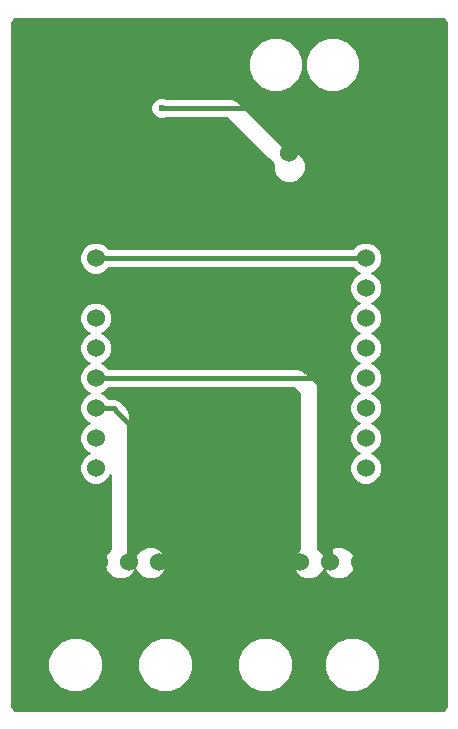
<source format=gbr>
G04 #@! TF.FileFunction,Copper,L2,Bot,Signal*
%FSLAX46Y46*%
G04 Gerber Fmt 4.6, Leading zero omitted, Abs format (unit mm)*
G04 Created by KiCad (PCBNEW 4.0.7) date 04/29/18 15:59:50*
%MOMM*%
%LPD*%
G01*
G04 APERTURE LIST*
%ADD10C,0.100000*%
%ADD11C,1.524000*%
%ADD12C,0.600000*%
%ADD13C,0.406400*%
%ADD14C,0.254000*%
G04 APERTURE END LIST*
D10*
D11*
X189230000Y-93853000D03*
X191770000Y-93853000D03*
X195262500Y-128460500D03*
X192722500Y-128460500D03*
X190182500Y-128460500D03*
X172847000Y-102743000D03*
X172847000Y-105283000D03*
X172847000Y-107823000D03*
X172847000Y-110363000D03*
X172847000Y-112903000D03*
X172847000Y-115443000D03*
X172847000Y-117983000D03*
X172847000Y-120523000D03*
X195707000Y-102743000D03*
X195707000Y-105283000D03*
X195707000Y-107823000D03*
X195707000Y-110363000D03*
X195707000Y-112903000D03*
X195707000Y-115443000D03*
X195707000Y-117983000D03*
X195707000Y-120523000D03*
X178244500Y-128460500D03*
X175704500Y-128460500D03*
X173164500Y-128460500D03*
D12*
X178435000Y-90043000D03*
D13*
X178435000Y-90043000D02*
X188214000Y-90043000D01*
X188214000Y-90043000D02*
X189230000Y-91059000D01*
X189230000Y-91059000D02*
X189230000Y-93853000D01*
X195707000Y-102743000D02*
X172847000Y-102743000D01*
X174942500Y-116014500D02*
X174688500Y-115760500D01*
X174688500Y-115760500D02*
X174371000Y-115443000D01*
X175704500Y-128460500D02*
X175704500Y-116776500D01*
X175704500Y-116776500D02*
X174688500Y-115760500D01*
X174371000Y-115443000D02*
X172847000Y-115443000D01*
X172847000Y-112903000D02*
X192087500Y-112903000D01*
X192087500Y-112903000D02*
X192722500Y-113538000D01*
X192722500Y-113538000D02*
X192722500Y-114046000D01*
X192722500Y-114046000D02*
X192722500Y-128460500D01*
D14*
G36*
X202295777Y-82534144D02*
X202390539Y-82597461D01*
X202453856Y-82692223D01*
X202490000Y-82873930D01*
X202490000Y-140646070D01*
X202453856Y-140827777D01*
X202390539Y-140922539D01*
X202295777Y-140985856D01*
X202114069Y-141022000D01*
X166185930Y-141022000D01*
X166004223Y-140985856D01*
X165909461Y-140922539D01*
X165846144Y-140827777D01*
X165810000Y-140646069D01*
X165810000Y-137627373D01*
X168772091Y-137627373D01*
X169130623Y-138495086D01*
X169793922Y-139159544D01*
X170661008Y-139519589D01*
X171599873Y-139520409D01*
X172467586Y-139161877D01*
X173132044Y-138498578D01*
X173492089Y-137631492D01*
X173492092Y-137627373D01*
X176392091Y-137627373D01*
X176750623Y-138495086D01*
X177413922Y-139159544D01*
X178281008Y-139519589D01*
X179219873Y-139520409D01*
X180087586Y-139161877D01*
X180752044Y-138498578D01*
X181112089Y-137631492D01*
X181112089Y-137631373D01*
X184835591Y-137631373D01*
X185194123Y-138499086D01*
X185857422Y-139163544D01*
X186724508Y-139523589D01*
X187663373Y-139524409D01*
X188531086Y-139165877D01*
X189195544Y-138502578D01*
X189555589Y-137635492D01*
X189555592Y-137631373D01*
X192205591Y-137631373D01*
X192564123Y-138499086D01*
X193227422Y-139163544D01*
X194094508Y-139523589D01*
X195033373Y-139524409D01*
X195901086Y-139165877D01*
X196565544Y-138502578D01*
X196925589Y-137635492D01*
X196926409Y-136696627D01*
X196567877Y-135828914D01*
X195904578Y-135164456D01*
X195037492Y-134804411D01*
X194098627Y-134803591D01*
X193230914Y-135162123D01*
X192566456Y-135825422D01*
X192206411Y-136692508D01*
X192205591Y-137631373D01*
X189555592Y-137631373D01*
X189556409Y-136696627D01*
X189197877Y-135828914D01*
X188534578Y-135164456D01*
X187667492Y-134804411D01*
X186728627Y-134803591D01*
X185860914Y-135162123D01*
X185196456Y-135825422D01*
X184836411Y-136692508D01*
X184835591Y-137631373D01*
X181112089Y-137631373D01*
X181112909Y-136692627D01*
X180754377Y-135824914D01*
X180091078Y-135160456D01*
X179223992Y-134800411D01*
X178285127Y-134799591D01*
X177417414Y-135158123D01*
X176752956Y-135821422D01*
X176392911Y-136688508D01*
X176392091Y-137627373D01*
X173492092Y-137627373D01*
X173492909Y-136692627D01*
X173134377Y-135824914D01*
X172471078Y-135160456D01*
X171603992Y-134800411D01*
X170665127Y-134799591D01*
X169797414Y-135158123D01*
X169132956Y-135821422D01*
X168772911Y-136688508D01*
X168772091Y-137627373D01*
X165810000Y-137627373D01*
X165810000Y-108099661D01*
X171449758Y-108099661D01*
X171661990Y-108613303D01*
X172054630Y-109006629D01*
X172262512Y-109092949D01*
X172056697Y-109177990D01*
X171663371Y-109570630D01*
X171450243Y-110083900D01*
X171449758Y-110639661D01*
X171661990Y-111153303D01*
X172054630Y-111546629D01*
X172262512Y-111632949D01*
X172056697Y-111717990D01*
X171663371Y-112110630D01*
X171450243Y-112623900D01*
X171449758Y-113179661D01*
X171661990Y-113693303D01*
X172054630Y-114086629D01*
X172262512Y-114172949D01*
X172056697Y-114257990D01*
X171663371Y-114650630D01*
X171450243Y-115163900D01*
X171449758Y-115719661D01*
X171661990Y-116233303D01*
X172054630Y-116626629D01*
X172262512Y-116712949D01*
X172056697Y-116797990D01*
X171663371Y-117190630D01*
X171450243Y-117703900D01*
X171449758Y-118259661D01*
X171661990Y-118773303D01*
X172054630Y-119166629D01*
X172262512Y-119252949D01*
X172056697Y-119337990D01*
X171663371Y-119730630D01*
X171450243Y-120243900D01*
X171449758Y-120799661D01*
X171661990Y-121313303D01*
X172054630Y-121706629D01*
X172567900Y-121919757D01*
X173123661Y-121920242D01*
X173637303Y-121708010D01*
X174030629Y-121315370D01*
X174104300Y-121137950D01*
X174104300Y-127386803D01*
X173758871Y-127731630D01*
X173545743Y-128244900D01*
X173545258Y-128800661D01*
X173757490Y-129314303D01*
X174150130Y-129707629D01*
X174663400Y-129920757D01*
X175219161Y-129921242D01*
X175732803Y-129709010D01*
X176126129Y-129316370D01*
X176212449Y-129108488D01*
X176297490Y-129314303D01*
X176690130Y-129707629D01*
X177203400Y-129920757D01*
X177759161Y-129921242D01*
X178272803Y-129709010D01*
X178666129Y-129316370D01*
X178879257Y-128803100D01*
X178879742Y-128247339D01*
X178667510Y-127733697D01*
X178274870Y-127340371D01*
X177761600Y-127127243D01*
X177205839Y-127126758D01*
X176692197Y-127338990D01*
X176298871Y-127731630D01*
X176212551Y-127939512D01*
X176127510Y-127733697D01*
X175780700Y-127386281D01*
X175780700Y-116014500D01*
X175716896Y-115693735D01*
X175716896Y-115693734D01*
X175535197Y-115421803D01*
X174963697Y-114850303D01*
X174691766Y-114668604D01*
X174371000Y-114604800D01*
X173984197Y-114604800D01*
X173639370Y-114259371D01*
X173431488Y-114173051D01*
X173637303Y-114088010D01*
X173984719Y-113741200D01*
X189581306Y-113741200D01*
X190042800Y-114202694D01*
X190042800Y-127386803D01*
X189697371Y-127731630D01*
X189484243Y-128244900D01*
X189483758Y-128800661D01*
X189695990Y-129314303D01*
X190088630Y-129707629D01*
X190601900Y-129920757D01*
X191157661Y-129921242D01*
X191671303Y-129709010D01*
X192064629Y-129316370D01*
X192150949Y-129108488D01*
X192235990Y-129314303D01*
X192628630Y-129707629D01*
X193141900Y-129920757D01*
X193697661Y-129921242D01*
X194211303Y-129709010D01*
X194604629Y-129316370D01*
X194817757Y-128803100D01*
X194818242Y-128247339D01*
X194606010Y-127733697D01*
X194213370Y-127340371D01*
X193700100Y-127127243D01*
X193144339Y-127126758D01*
X192630697Y-127338990D01*
X192237371Y-127731630D01*
X192151051Y-127939512D01*
X192066010Y-127733697D01*
X191719200Y-127386281D01*
X191719200Y-113855500D01*
X191655396Y-113534735D01*
X191473697Y-113262803D01*
X190521197Y-112310303D01*
X190249266Y-112128604D01*
X189928500Y-112064800D01*
X173984197Y-112064800D01*
X173639370Y-111719371D01*
X173431488Y-111633051D01*
X173637303Y-111548010D01*
X174030629Y-111155370D01*
X174243757Y-110642100D01*
X174244242Y-110086339D01*
X174032010Y-109572697D01*
X173639370Y-109179371D01*
X173431488Y-109093051D01*
X173637303Y-109008010D01*
X174030629Y-108615370D01*
X174243757Y-108102100D01*
X174244242Y-107546339D01*
X174032010Y-107032697D01*
X173639370Y-106639371D01*
X173126100Y-106426243D01*
X172570339Y-106425758D01*
X172056697Y-106637990D01*
X171663371Y-107030630D01*
X171450243Y-107543900D01*
X171449758Y-108099661D01*
X165810000Y-108099661D01*
X165810000Y-103019661D01*
X171449758Y-103019661D01*
X171661990Y-103533303D01*
X172054630Y-103926629D01*
X172567900Y-104139757D01*
X173123661Y-104140242D01*
X173637303Y-103928010D01*
X173984719Y-103581200D01*
X194569803Y-103581200D01*
X194914630Y-103926629D01*
X195122512Y-104012949D01*
X194916697Y-104097990D01*
X194523371Y-104490630D01*
X194310243Y-105003900D01*
X194309758Y-105559661D01*
X194521990Y-106073303D01*
X194914630Y-106466629D01*
X195122512Y-106552949D01*
X194916697Y-106637990D01*
X194523371Y-107030630D01*
X194310243Y-107543900D01*
X194309758Y-108099661D01*
X194521990Y-108613303D01*
X194914630Y-109006629D01*
X195122512Y-109092949D01*
X194916697Y-109177990D01*
X194523371Y-109570630D01*
X194310243Y-110083900D01*
X194309758Y-110639661D01*
X194521990Y-111153303D01*
X194914630Y-111546629D01*
X195122512Y-111632949D01*
X194916697Y-111717990D01*
X194523371Y-112110630D01*
X194310243Y-112623900D01*
X194309758Y-113179661D01*
X194521990Y-113693303D01*
X194914630Y-114086629D01*
X195122512Y-114172949D01*
X194916697Y-114257990D01*
X194523371Y-114650630D01*
X194310243Y-115163900D01*
X194309758Y-115719661D01*
X194521990Y-116233303D01*
X194914630Y-116626629D01*
X195122512Y-116712949D01*
X194916697Y-116797990D01*
X194523371Y-117190630D01*
X194310243Y-117703900D01*
X194309758Y-118259661D01*
X194521990Y-118773303D01*
X194914630Y-119166629D01*
X195122512Y-119252949D01*
X194916697Y-119337990D01*
X194523371Y-119730630D01*
X194310243Y-120243900D01*
X194309758Y-120799661D01*
X194521990Y-121313303D01*
X194914630Y-121706629D01*
X195427900Y-121919757D01*
X195983661Y-121920242D01*
X196497303Y-121708010D01*
X196890629Y-121315370D01*
X197103757Y-120802100D01*
X197104242Y-120246339D01*
X196892010Y-119732697D01*
X196499370Y-119339371D01*
X196291488Y-119253051D01*
X196497303Y-119168010D01*
X196890629Y-118775370D01*
X197103757Y-118262100D01*
X197104242Y-117706339D01*
X196892010Y-117192697D01*
X196499370Y-116799371D01*
X196291488Y-116713051D01*
X196497303Y-116628010D01*
X196890629Y-116235370D01*
X197103757Y-115722100D01*
X197104242Y-115166339D01*
X196892010Y-114652697D01*
X196499370Y-114259371D01*
X196291488Y-114173051D01*
X196497303Y-114088010D01*
X196890629Y-113695370D01*
X197103757Y-113182100D01*
X197104242Y-112626339D01*
X196892010Y-112112697D01*
X196499370Y-111719371D01*
X196291488Y-111633051D01*
X196497303Y-111548010D01*
X196890629Y-111155370D01*
X197103757Y-110642100D01*
X197104242Y-110086339D01*
X196892010Y-109572697D01*
X196499370Y-109179371D01*
X196291488Y-109093051D01*
X196497303Y-109008010D01*
X196890629Y-108615370D01*
X197103757Y-108102100D01*
X197104242Y-107546339D01*
X196892010Y-107032697D01*
X196499370Y-106639371D01*
X196291488Y-106553051D01*
X196497303Y-106468010D01*
X196890629Y-106075370D01*
X197103757Y-105562100D01*
X197104242Y-105006339D01*
X196892010Y-104492697D01*
X196499370Y-104099371D01*
X196291488Y-104013051D01*
X196497303Y-103928010D01*
X196890629Y-103535370D01*
X197103757Y-103022100D01*
X197104242Y-102466339D01*
X196892010Y-101952697D01*
X196499370Y-101559371D01*
X195986100Y-101346243D01*
X195430339Y-101345758D01*
X194916697Y-101557990D01*
X194569281Y-101904800D01*
X173984197Y-101904800D01*
X173639370Y-101559371D01*
X173126100Y-101346243D01*
X172570339Y-101345758D01*
X172056697Y-101557990D01*
X171663371Y-101950630D01*
X171450243Y-102463900D01*
X171449758Y-103019661D01*
X165810000Y-103019661D01*
X165810000Y-90228167D01*
X177499838Y-90228167D01*
X177641883Y-90571943D01*
X177904673Y-90835192D01*
X178248201Y-90977838D01*
X178620167Y-90978162D01*
X178854834Y-90881200D01*
X183929806Y-90881200D01*
X187833184Y-94784578D01*
X187832758Y-95272661D01*
X188044990Y-95786303D01*
X188437630Y-96179629D01*
X188950900Y-96392757D01*
X189506661Y-96393242D01*
X190020303Y-96181010D01*
X190413629Y-95788370D01*
X190626757Y-95275100D01*
X190627242Y-94719339D01*
X190415010Y-94205697D01*
X190022370Y-93812371D01*
X189509100Y-93599243D01*
X189018209Y-93598815D01*
X184869697Y-89450303D01*
X184597766Y-89268604D01*
X184277000Y-89204800D01*
X178854528Y-89204800D01*
X178621799Y-89108162D01*
X178249833Y-89107838D01*
X177906057Y-89249883D01*
X177642808Y-89512673D01*
X177500162Y-89856201D01*
X177499838Y-90228167D01*
X165810000Y-90228167D01*
X165810000Y-86823373D01*
X185724591Y-86823373D01*
X186083123Y-87691086D01*
X186746422Y-88355544D01*
X187613508Y-88715589D01*
X188552373Y-88716409D01*
X189420086Y-88357877D01*
X190084544Y-87694578D01*
X190444589Y-86827492D01*
X190444589Y-86827373D01*
X190552591Y-86827373D01*
X190911123Y-87695086D01*
X191574422Y-88359544D01*
X192441508Y-88719589D01*
X193380373Y-88720409D01*
X194248086Y-88361877D01*
X194912544Y-87698578D01*
X195272589Y-86831492D01*
X195273409Y-85892627D01*
X194914877Y-85024914D01*
X194251578Y-84360456D01*
X193384492Y-84000411D01*
X192445627Y-83999591D01*
X191577914Y-84358123D01*
X190913456Y-85021422D01*
X190553411Y-85888508D01*
X190552591Y-86827373D01*
X190444589Y-86827373D01*
X190445409Y-85888627D01*
X190086877Y-85020914D01*
X189423578Y-84356456D01*
X188556492Y-83996411D01*
X187617627Y-83995591D01*
X186749914Y-84354123D01*
X186085456Y-85017422D01*
X185725411Y-85884508D01*
X185724591Y-86823373D01*
X165810000Y-86823373D01*
X165810000Y-82873931D01*
X165846144Y-82692223D01*
X165909461Y-82597461D01*
X166004223Y-82534144D01*
X166185930Y-82498000D01*
X202114069Y-82498000D01*
X202295777Y-82534144D01*
X202295777Y-82534144D01*
G37*
X202295777Y-82534144D02*
X202390539Y-82597461D01*
X202453856Y-82692223D01*
X202490000Y-82873930D01*
X202490000Y-140646070D01*
X202453856Y-140827777D01*
X202390539Y-140922539D01*
X202295777Y-140985856D01*
X202114069Y-141022000D01*
X166185930Y-141022000D01*
X166004223Y-140985856D01*
X165909461Y-140922539D01*
X165846144Y-140827777D01*
X165810000Y-140646069D01*
X165810000Y-137627373D01*
X168772091Y-137627373D01*
X169130623Y-138495086D01*
X169793922Y-139159544D01*
X170661008Y-139519589D01*
X171599873Y-139520409D01*
X172467586Y-139161877D01*
X173132044Y-138498578D01*
X173492089Y-137631492D01*
X173492092Y-137627373D01*
X176392091Y-137627373D01*
X176750623Y-138495086D01*
X177413922Y-139159544D01*
X178281008Y-139519589D01*
X179219873Y-139520409D01*
X180087586Y-139161877D01*
X180752044Y-138498578D01*
X181112089Y-137631492D01*
X181112089Y-137631373D01*
X184835591Y-137631373D01*
X185194123Y-138499086D01*
X185857422Y-139163544D01*
X186724508Y-139523589D01*
X187663373Y-139524409D01*
X188531086Y-139165877D01*
X189195544Y-138502578D01*
X189555589Y-137635492D01*
X189555592Y-137631373D01*
X192205591Y-137631373D01*
X192564123Y-138499086D01*
X193227422Y-139163544D01*
X194094508Y-139523589D01*
X195033373Y-139524409D01*
X195901086Y-139165877D01*
X196565544Y-138502578D01*
X196925589Y-137635492D01*
X196926409Y-136696627D01*
X196567877Y-135828914D01*
X195904578Y-135164456D01*
X195037492Y-134804411D01*
X194098627Y-134803591D01*
X193230914Y-135162123D01*
X192566456Y-135825422D01*
X192206411Y-136692508D01*
X192205591Y-137631373D01*
X189555592Y-137631373D01*
X189556409Y-136696627D01*
X189197877Y-135828914D01*
X188534578Y-135164456D01*
X187667492Y-134804411D01*
X186728627Y-134803591D01*
X185860914Y-135162123D01*
X185196456Y-135825422D01*
X184836411Y-136692508D01*
X184835591Y-137631373D01*
X181112089Y-137631373D01*
X181112909Y-136692627D01*
X180754377Y-135824914D01*
X180091078Y-135160456D01*
X179223992Y-134800411D01*
X178285127Y-134799591D01*
X177417414Y-135158123D01*
X176752956Y-135821422D01*
X176392911Y-136688508D01*
X176392091Y-137627373D01*
X173492092Y-137627373D01*
X173492909Y-136692627D01*
X173134377Y-135824914D01*
X172471078Y-135160456D01*
X171603992Y-134800411D01*
X170665127Y-134799591D01*
X169797414Y-135158123D01*
X169132956Y-135821422D01*
X168772911Y-136688508D01*
X168772091Y-137627373D01*
X165810000Y-137627373D01*
X165810000Y-108099661D01*
X171449758Y-108099661D01*
X171661990Y-108613303D01*
X172054630Y-109006629D01*
X172262512Y-109092949D01*
X172056697Y-109177990D01*
X171663371Y-109570630D01*
X171450243Y-110083900D01*
X171449758Y-110639661D01*
X171661990Y-111153303D01*
X172054630Y-111546629D01*
X172262512Y-111632949D01*
X172056697Y-111717990D01*
X171663371Y-112110630D01*
X171450243Y-112623900D01*
X171449758Y-113179661D01*
X171661990Y-113693303D01*
X172054630Y-114086629D01*
X172262512Y-114172949D01*
X172056697Y-114257990D01*
X171663371Y-114650630D01*
X171450243Y-115163900D01*
X171449758Y-115719661D01*
X171661990Y-116233303D01*
X172054630Y-116626629D01*
X172262512Y-116712949D01*
X172056697Y-116797990D01*
X171663371Y-117190630D01*
X171450243Y-117703900D01*
X171449758Y-118259661D01*
X171661990Y-118773303D01*
X172054630Y-119166629D01*
X172262512Y-119252949D01*
X172056697Y-119337990D01*
X171663371Y-119730630D01*
X171450243Y-120243900D01*
X171449758Y-120799661D01*
X171661990Y-121313303D01*
X172054630Y-121706629D01*
X172567900Y-121919757D01*
X173123661Y-121920242D01*
X173637303Y-121708010D01*
X174030629Y-121315370D01*
X174104300Y-121137950D01*
X174104300Y-127386803D01*
X173758871Y-127731630D01*
X173545743Y-128244900D01*
X173545258Y-128800661D01*
X173757490Y-129314303D01*
X174150130Y-129707629D01*
X174663400Y-129920757D01*
X175219161Y-129921242D01*
X175732803Y-129709010D01*
X176126129Y-129316370D01*
X176212449Y-129108488D01*
X176297490Y-129314303D01*
X176690130Y-129707629D01*
X177203400Y-129920757D01*
X177759161Y-129921242D01*
X178272803Y-129709010D01*
X178666129Y-129316370D01*
X178879257Y-128803100D01*
X178879742Y-128247339D01*
X178667510Y-127733697D01*
X178274870Y-127340371D01*
X177761600Y-127127243D01*
X177205839Y-127126758D01*
X176692197Y-127338990D01*
X176298871Y-127731630D01*
X176212551Y-127939512D01*
X176127510Y-127733697D01*
X175780700Y-127386281D01*
X175780700Y-116014500D01*
X175716896Y-115693735D01*
X175716896Y-115693734D01*
X175535197Y-115421803D01*
X174963697Y-114850303D01*
X174691766Y-114668604D01*
X174371000Y-114604800D01*
X173984197Y-114604800D01*
X173639370Y-114259371D01*
X173431488Y-114173051D01*
X173637303Y-114088010D01*
X173984719Y-113741200D01*
X189581306Y-113741200D01*
X190042800Y-114202694D01*
X190042800Y-127386803D01*
X189697371Y-127731630D01*
X189484243Y-128244900D01*
X189483758Y-128800661D01*
X189695990Y-129314303D01*
X190088630Y-129707629D01*
X190601900Y-129920757D01*
X191157661Y-129921242D01*
X191671303Y-129709010D01*
X192064629Y-129316370D01*
X192150949Y-129108488D01*
X192235990Y-129314303D01*
X192628630Y-129707629D01*
X193141900Y-129920757D01*
X193697661Y-129921242D01*
X194211303Y-129709010D01*
X194604629Y-129316370D01*
X194817757Y-128803100D01*
X194818242Y-128247339D01*
X194606010Y-127733697D01*
X194213370Y-127340371D01*
X193700100Y-127127243D01*
X193144339Y-127126758D01*
X192630697Y-127338990D01*
X192237371Y-127731630D01*
X192151051Y-127939512D01*
X192066010Y-127733697D01*
X191719200Y-127386281D01*
X191719200Y-113855500D01*
X191655396Y-113534735D01*
X191473697Y-113262803D01*
X190521197Y-112310303D01*
X190249266Y-112128604D01*
X189928500Y-112064800D01*
X173984197Y-112064800D01*
X173639370Y-111719371D01*
X173431488Y-111633051D01*
X173637303Y-111548010D01*
X174030629Y-111155370D01*
X174243757Y-110642100D01*
X174244242Y-110086339D01*
X174032010Y-109572697D01*
X173639370Y-109179371D01*
X173431488Y-109093051D01*
X173637303Y-109008010D01*
X174030629Y-108615370D01*
X174243757Y-108102100D01*
X174244242Y-107546339D01*
X174032010Y-107032697D01*
X173639370Y-106639371D01*
X173126100Y-106426243D01*
X172570339Y-106425758D01*
X172056697Y-106637990D01*
X171663371Y-107030630D01*
X171450243Y-107543900D01*
X171449758Y-108099661D01*
X165810000Y-108099661D01*
X165810000Y-103019661D01*
X171449758Y-103019661D01*
X171661990Y-103533303D01*
X172054630Y-103926629D01*
X172567900Y-104139757D01*
X173123661Y-104140242D01*
X173637303Y-103928010D01*
X173984719Y-103581200D01*
X194569803Y-103581200D01*
X194914630Y-103926629D01*
X195122512Y-104012949D01*
X194916697Y-104097990D01*
X194523371Y-104490630D01*
X194310243Y-105003900D01*
X194309758Y-105559661D01*
X194521990Y-106073303D01*
X194914630Y-106466629D01*
X195122512Y-106552949D01*
X194916697Y-106637990D01*
X194523371Y-107030630D01*
X194310243Y-107543900D01*
X194309758Y-108099661D01*
X194521990Y-108613303D01*
X194914630Y-109006629D01*
X195122512Y-109092949D01*
X194916697Y-109177990D01*
X194523371Y-109570630D01*
X194310243Y-110083900D01*
X194309758Y-110639661D01*
X194521990Y-111153303D01*
X194914630Y-111546629D01*
X195122512Y-111632949D01*
X194916697Y-111717990D01*
X194523371Y-112110630D01*
X194310243Y-112623900D01*
X194309758Y-113179661D01*
X194521990Y-113693303D01*
X194914630Y-114086629D01*
X195122512Y-114172949D01*
X194916697Y-114257990D01*
X194523371Y-114650630D01*
X194310243Y-115163900D01*
X194309758Y-115719661D01*
X194521990Y-116233303D01*
X194914630Y-116626629D01*
X195122512Y-116712949D01*
X194916697Y-116797990D01*
X194523371Y-117190630D01*
X194310243Y-117703900D01*
X194309758Y-118259661D01*
X194521990Y-118773303D01*
X194914630Y-119166629D01*
X195122512Y-119252949D01*
X194916697Y-119337990D01*
X194523371Y-119730630D01*
X194310243Y-120243900D01*
X194309758Y-120799661D01*
X194521990Y-121313303D01*
X194914630Y-121706629D01*
X195427900Y-121919757D01*
X195983661Y-121920242D01*
X196497303Y-121708010D01*
X196890629Y-121315370D01*
X197103757Y-120802100D01*
X197104242Y-120246339D01*
X196892010Y-119732697D01*
X196499370Y-119339371D01*
X196291488Y-119253051D01*
X196497303Y-119168010D01*
X196890629Y-118775370D01*
X197103757Y-118262100D01*
X197104242Y-117706339D01*
X196892010Y-117192697D01*
X196499370Y-116799371D01*
X196291488Y-116713051D01*
X196497303Y-116628010D01*
X196890629Y-116235370D01*
X197103757Y-115722100D01*
X197104242Y-115166339D01*
X196892010Y-114652697D01*
X196499370Y-114259371D01*
X196291488Y-114173051D01*
X196497303Y-114088010D01*
X196890629Y-113695370D01*
X197103757Y-113182100D01*
X197104242Y-112626339D01*
X196892010Y-112112697D01*
X196499370Y-111719371D01*
X196291488Y-111633051D01*
X196497303Y-111548010D01*
X196890629Y-111155370D01*
X197103757Y-110642100D01*
X197104242Y-110086339D01*
X196892010Y-109572697D01*
X196499370Y-109179371D01*
X196291488Y-109093051D01*
X196497303Y-109008010D01*
X196890629Y-108615370D01*
X197103757Y-108102100D01*
X197104242Y-107546339D01*
X196892010Y-107032697D01*
X196499370Y-106639371D01*
X196291488Y-106553051D01*
X196497303Y-106468010D01*
X196890629Y-106075370D01*
X197103757Y-105562100D01*
X197104242Y-105006339D01*
X196892010Y-104492697D01*
X196499370Y-104099371D01*
X196291488Y-104013051D01*
X196497303Y-103928010D01*
X196890629Y-103535370D01*
X197103757Y-103022100D01*
X197104242Y-102466339D01*
X196892010Y-101952697D01*
X196499370Y-101559371D01*
X195986100Y-101346243D01*
X195430339Y-101345758D01*
X194916697Y-101557990D01*
X194569281Y-101904800D01*
X173984197Y-101904800D01*
X173639370Y-101559371D01*
X173126100Y-101346243D01*
X172570339Y-101345758D01*
X172056697Y-101557990D01*
X171663371Y-101950630D01*
X171450243Y-102463900D01*
X171449758Y-103019661D01*
X165810000Y-103019661D01*
X165810000Y-90228167D01*
X177499838Y-90228167D01*
X177641883Y-90571943D01*
X177904673Y-90835192D01*
X178248201Y-90977838D01*
X178620167Y-90978162D01*
X178854834Y-90881200D01*
X183929806Y-90881200D01*
X187833184Y-94784578D01*
X187832758Y-95272661D01*
X188044990Y-95786303D01*
X188437630Y-96179629D01*
X188950900Y-96392757D01*
X189506661Y-96393242D01*
X190020303Y-96181010D01*
X190413629Y-95788370D01*
X190626757Y-95275100D01*
X190627242Y-94719339D01*
X190415010Y-94205697D01*
X190022370Y-93812371D01*
X189509100Y-93599243D01*
X189018209Y-93598815D01*
X184869697Y-89450303D01*
X184597766Y-89268604D01*
X184277000Y-89204800D01*
X178854528Y-89204800D01*
X178621799Y-89108162D01*
X178249833Y-89107838D01*
X177906057Y-89249883D01*
X177642808Y-89512673D01*
X177500162Y-89856201D01*
X177499838Y-90228167D01*
X165810000Y-90228167D01*
X165810000Y-86823373D01*
X185724591Y-86823373D01*
X186083123Y-87691086D01*
X186746422Y-88355544D01*
X187613508Y-88715589D01*
X188552373Y-88716409D01*
X189420086Y-88357877D01*
X190084544Y-87694578D01*
X190444589Y-86827492D01*
X190444589Y-86827373D01*
X190552591Y-86827373D01*
X190911123Y-87695086D01*
X191574422Y-88359544D01*
X192441508Y-88719589D01*
X193380373Y-88720409D01*
X194248086Y-88361877D01*
X194912544Y-87698578D01*
X195272589Y-86831492D01*
X195273409Y-85892627D01*
X194914877Y-85024914D01*
X194251578Y-84360456D01*
X193384492Y-84000411D01*
X192445627Y-83999591D01*
X191577914Y-84358123D01*
X190913456Y-85021422D01*
X190553411Y-85888508D01*
X190552591Y-86827373D01*
X190444589Y-86827373D01*
X190445409Y-85888627D01*
X190086877Y-85020914D01*
X189423578Y-84356456D01*
X188556492Y-83996411D01*
X187617627Y-83995591D01*
X186749914Y-84354123D01*
X186085456Y-85017422D01*
X185725411Y-85884508D01*
X185724591Y-86823373D01*
X165810000Y-86823373D01*
X165810000Y-82873931D01*
X165846144Y-82692223D01*
X165909461Y-82597461D01*
X166004223Y-82534144D01*
X166185930Y-82498000D01*
X202114069Y-82498000D01*
X202295777Y-82534144D01*
M02*

</source>
